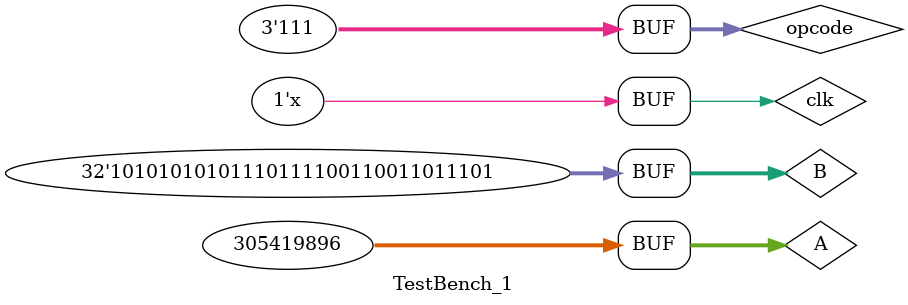
<source format=v>
`timescale 1ns / 1ps


module TestBench_1;

    reg [31:0] A, B;
    reg [2:0] opcode;
    reg clk;
    wire [31:0] ALU_Result;
 
    // DUT (Device Under Test) olan ALU1 modülünü çağırın
    ALU1 ALU1_inst (
        .A(A),
        .B(B),
        .opcode(opcode),
        .ALU_Result(ALU_Result)
    );

   always begin
   #5 clk= ~clk;
   end
    // Test sinyallerini oluşturun
    initial begin
    clk =0;
        A = 32'h12345678; // Örnek giriş değerleri
        B = 32'hAABBCCDD;
        opcode = 3'b000; // Toplama işlemi

        // Test işlemi
        #10; // 10 zaman birimi bekleyin

        opcode = 3'b001;
        #10;
        
         opcode = 3'b010;
        #10;
       
         opcode = 3'b011;
        #10;
         opcode = 3'b100;
        #10;
         opcode = 3'b101;
        #10;
        opcode = 3'b110;
        #10;
         opcode = 3'b111;
        #10;
        
    end

endmodule

</source>
